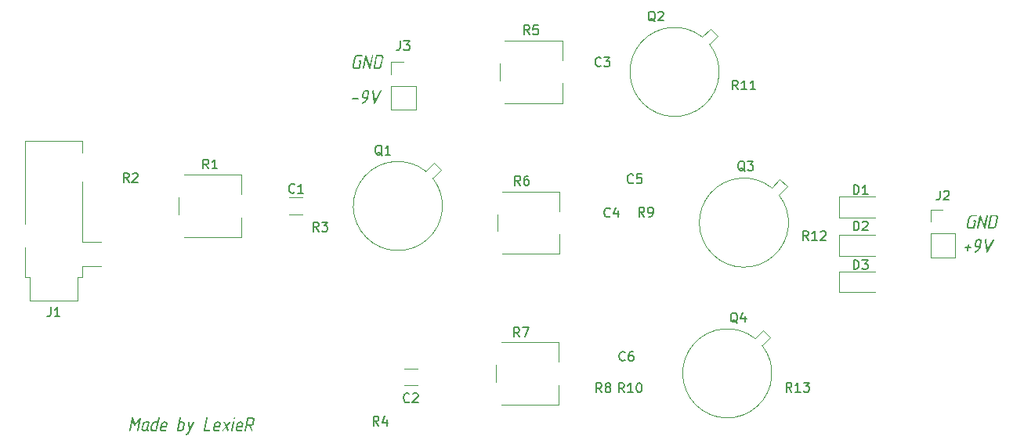
<source format=gbr>
%TF.GenerationSoftware,KiCad,Pcbnew,8.0.5*%
%TF.CreationDate,2024-10-13T18:39:00+03:00*%
%TF.ProjectId,proect,70726f65-6374-42e6-9b69-6361645f7063,rev?*%
%TF.SameCoordinates,Original*%
%TF.FileFunction,Legend,Top*%
%TF.FilePolarity,Positive*%
%FSLAX46Y46*%
G04 Gerber Fmt 4.6, Leading zero omitted, Abs format (unit mm)*
G04 Created by KiCad (PCBNEW 8.0.5) date 2024-10-13 18:39:00*
%MOMM*%
%LPD*%
G01*
G04 APERTURE LIST*
%ADD10C,0.300000*%
%ADD11C,0.150000*%
%ADD12C,0.120000*%
G04 APERTURE END LIST*
D10*
G36*
X108525819Y-25863667D02*
G01*
X108486806Y-25929432D01*
X108428733Y-25945000D01*
X107934874Y-25945000D01*
X107858024Y-25934480D01*
X107787914Y-25899008D01*
X107744731Y-25855973D01*
X107708425Y-25790265D01*
X107694718Y-25715552D01*
X107701866Y-25639818D01*
X107883217Y-24767871D01*
X107906951Y-24693282D01*
X107945642Y-24626134D01*
X107999287Y-24566428D01*
X108011810Y-24555380D01*
X108078049Y-24509205D01*
X108148081Y-24480132D01*
X108221905Y-24468161D01*
X108237124Y-24467819D01*
X108730983Y-24467819D01*
X108785572Y-24493831D01*
X108798394Y-24552083D01*
X108767254Y-24605938D01*
X108701674Y-24631950D01*
X108208182Y-24631950D01*
X108136255Y-24650305D01*
X108105966Y-24670785D01*
X108068597Y-24715847D01*
X108048080Y-24768970D01*
X107865265Y-25648611D01*
X107870142Y-25723280D01*
X107881751Y-25743499D01*
X107916556Y-25771343D01*
X107964549Y-25780868D01*
X108378175Y-25780868D01*
X108495045Y-25218133D01*
X108438991Y-25218133D01*
X108381472Y-25193220D01*
X108371580Y-25133503D01*
X108403820Y-25079647D01*
X108468300Y-25054002D01*
X108608984Y-25054002D01*
X108675016Y-25087776D01*
X108676029Y-25140464D01*
X108525819Y-25863667D01*
G37*
G36*
X109674005Y-25854874D02*
G01*
X109638834Y-25919720D01*
X109612822Y-25937306D01*
X109580216Y-25945000D01*
X109516062Y-25905169D01*
X109510973Y-25892976D01*
X109169888Y-24894633D01*
X108968021Y-25863300D01*
X108932484Y-25924849D01*
X108870935Y-25945000D01*
X108816346Y-25923018D01*
X108803890Y-25858538D01*
X109074633Y-24557212D01*
X109110537Y-24491632D01*
X109169155Y-24467819D01*
X109231706Y-24509332D01*
X109236933Y-24522041D01*
X109575453Y-25536503D01*
X109780251Y-24550251D01*
X109816521Y-24489801D01*
X109877704Y-24467819D01*
X109931559Y-24488702D01*
X109944382Y-24554281D01*
X109674005Y-25854874D01*
G37*
G36*
X110892964Y-24478425D02*
G01*
X110963358Y-24514189D01*
X111005739Y-24557578D01*
X111041254Y-24623321D01*
X111054603Y-24697636D01*
X111047505Y-24772634D01*
X110866154Y-25644947D01*
X110842505Y-25718521D01*
X110803615Y-25785368D01*
X110749483Y-25845489D01*
X110736828Y-25856706D01*
X110670503Y-25903267D01*
X110600672Y-25932583D01*
X110527335Y-25944655D01*
X110512247Y-25945000D01*
X110018387Y-25945000D01*
X109952356Y-25911082D01*
X109951343Y-25858171D01*
X109967423Y-25780868D01*
X110132693Y-25780868D01*
X110541556Y-25780868D01*
X110615525Y-25761185D01*
X110642306Y-25742766D01*
X110688858Y-25682652D01*
X110701657Y-25643482D01*
X110884473Y-24764207D01*
X110879801Y-24689744D01*
X110868353Y-24669685D01*
X110801901Y-24632871D01*
X110785188Y-24631950D01*
X110371563Y-24631950D01*
X110132693Y-25780868D01*
X109967423Y-25780868D01*
X110223551Y-24549518D01*
X110262565Y-24483457D01*
X110320638Y-24467819D01*
X110814497Y-24467819D01*
X110892964Y-24478425D01*
G37*
G36*
X42125819Y-8563667D02*
G01*
X42086806Y-8629432D01*
X42028733Y-8645000D01*
X41534874Y-8645000D01*
X41458024Y-8634480D01*
X41387914Y-8599008D01*
X41344731Y-8555973D01*
X41308425Y-8490265D01*
X41294718Y-8415552D01*
X41301866Y-8339818D01*
X41483217Y-7467871D01*
X41506951Y-7393282D01*
X41545642Y-7326134D01*
X41599287Y-7266428D01*
X41611810Y-7255380D01*
X41678049Y-7209205D01*
X41748081Y-7180132D01*
X41821905Y-7168161D01*
X41837124Y-7167819D01*
X42330983Y-7167819D01*
X42385572Y-7193831D01*
X42398394Y-7252083D01*
X42367254Y-7305938D01*
X42301674Y-7331950D01*
X41808182Y-7331950D01*
X41736255Y-7350305D01*
X41705966Y-7370785D01*
X41668597Y-7415847D01*
X41648080Y-7468970D01*
X41465265Y-8348611D01*
X41470142Y-8423280D01*
X41481751Y-8443499D01*
X41516556Y-8471343D01*
X41564549Y-8480868D01*
X41978175Y-8480868D01*
X42095045Y-7918133D01*
X42038991Y-7918133D01*
X41981472Y-7893220D01*
X41971580Y-7833503D01*
X42003820Y-7779647D01*
X42068300Y-7754002D01*
X42208984Y-7754002D01*
X42275016Y-7787776D01*
X42276029Y-7840464D01*
X42125819Y-8563667D01*
G37*
G36*
X43274005Y-8554874D02*
G01*
X43238834Y-8619720D01*
X43212822Y-8637306D01*
X43180216Y-8645000D01*
X43116062Y-8605169D01*
X43110973Y-8592976D01*
X42769888Y-7594633D01*
X42568021Y-8563300D01*
X42532484Y-8624849D01*
X42470935Y-8645000D01*
X42416346Y-8623018D01*
X42403890Y-8558538D01*
X42674633Y-7257212D01*
X42710537Y-7191632D01*
X42769155Y-7167819D01*
X42831706Y-7209332D01*
X42836933Y-7222041D01*
X43175453Y-8236503D01*
X43380251Y-7250251D01*
X43416521Y-7189801D01*
X43477704Y-7167819D01*
X43531559Y-7188702D01*
X43544382Y-7254281D01*
X43274005Y-8554874D01*
G37*
G36*
X44492964Y-7178425D02*
G01*
X44563358Y-7214189D01*
X44605739Y-7257578D01*
X44641254Y-7323321D01*
X44654603Y-7397636D01*
X44647505Y-7472634D01*
X44466154Y-8344947D01*
X44442505Y-8418521D01*
X44403615Y-8485368D01*
X44349483Y-8545489D01*
X44336828Y-8556706D01*
X44270503Y-8603267D01*
X44200672Y-8632583D01*
X44127335Y-8644655D01*
X44112247Y-8645000D01*
X43618387Y-8645000D01*
X43552356Y-8611082D01*
X43551343Y-8558171D01*
X43567423Y-8480868D01*
X43732693Y-8480868D01*
X44141556Y-8480868D01*
X44215525Y-8461185D01*
X44242306Y-8442766D01*
X44288858Y-8382652D01*
X44301657Y-8343482D01*
X44484473Y-7464207D01*
X44479801Y-7389744D01*
X44468353Y-7369685D01*
X44401901Y-7332871D01*
X44385188Y-7331950D01*
X43971563Y-7331950D01*
X43732693Y-8480868D01*
X43567423Y-8480868D01*
X43823551Y-7249518D01*
X43862565Y-7183457D01*
X43920638Y-7167819D01*
X44414497Y-7167819D01*
X44492964Y-7178425D01*
G37*
G36*
X41880739Y-11999501D02*
G01*
X41316172Y-11999501D01*
X41258286Y-11974588D01*
X41248761Y-11914870D01*
X41281001Y-11861015D01*
X41345481Y-11835369D01*
X41910048Y-11835369D01*
X41964270Y-11861381D01*
X41977093Y-11919633D01*
X41945952Y-11973489D01*
X41880739Y-11999501D01*
G37*
G36*
X42960846Y-10978425D02*
G01*
X43031240Y-11014189D01*
X43073621Y-11057578D01*
X43109136Y-11123365D01*
X43122485Y-11197810D01*
X43115387Y-11273000D01*
X43039916Y-11635334D01*
X43020918Y-11713666D01*
X42996897Y-11790118D01*
X42967852Y-11864689D01*
X42933785Y-11937379D01*
X42894694Y-12008189D01*
X42880547Y-12031374D01*
X42835805Y-12098121D01*
X42786209Y-12160976D01*
X42731758Y-12219937D01*
X42672452Y-12275006D01*
X42609163Y-12325061D01*
X42542759Y-12368979D01*
X42473242Y-12406760D01*
X42400610Y-12438405D01*
X42366538Y-12445000D01*
X42315247Y-12416789D01*
X42302424Y-12354508D01*
X42320743Y-12314940D01*
X42366172Y-12281967D01*
X42435609Y-12251370D01*
X42475348Y-12229577D01*
X42536868Y-12187866D01*
X42578663Y-12153374D01*
X42635256Y-12098762D01*
X42687342Y-12038427D01*
X42734919Y-11972367D01*
X42743893Y-11958468D01*
X42774668Y-11903513D01*
X42797016Y-11858817D01*
X42560711Y-11858817D01*
X42484609Y-11848427D01*
X42414723Y-11813393D01*
X42371301Y-11770889D01*
X42334370Y-11705598D01*
X42320296Y-11631130D01*
X42326723Y-11562062D01*
X42491102Y-11562062D01*
X42495567Y-11637075D01*
X42506856Y-11657316D01*
X42542393Y-11685160D01*
X42590020Y-11694685D01*
X42860031Y-11694685D01*
X42866625Y-11670139D01*
X42876151Y-11630572D01*
X42952355Y-11264207D01*
X42947684Y-11189744D01*
X42936235Y-11169685D01*
X42869784Y-11132871D01*
X42853070Y-11131950D01*
X42712020Y-11131950D01*
X42640094Y-11150305D01*
X42609804Y-11170785D01*
X42572435Y-11215847D01*
X42551919Y-11268970D01*
X42491102Y-11562062D01*
X42326723Y-11562062D01*
X42327337Y-11555467D01*
X42387421Y-11266039D01*
X42411034Y-11192416D01*
X42449817Y-11125876D01*
X42503770Y-11066421D01*
X42516381Y-11055380D01*
X42582742Y-11009205D01*
X42652680Y-10980132D01*
X42726196Y-10968161D01*
X42741329Y-10967819D01*
X42882379Y-10967819D01*
X42960846Y-10978425D01*
G37*
G36*
X44436863Y-11081025D02*
G01*
X43744434Y-12375390D01*
X43706699Y-12425216D01*
X43655774Y-12445000D01*
X43596794Y-12400277D01*
X43589096Y-12371727D01*
X43434856Y-11076629D01*
X43436322Y-11047686D01*
X43471493Y-10993464D01*
X43534508Y-10967819D01*
X43554291Y-10967819D01*
X43575907Y-10975146D01*
X43601186Y-11027170D01*
X43725017Y-12089993D01*
X44292515Y-11023872D01*
X44331716Y-10983572D01*
X44378244Y-10967819D01*
X44433565Y-10990167D01*
X44447121Y-11052449D01*
X44436863Y-11081025D01*
G37*
G36*
X107881071Y-28099501D02*
G01*
X107835275Y-28318586D01*
X107799738Y-28382700D01*
X107738189Y-28404316D01*
X107683234Y-28381235D01*
X107671877Y-28313824D01*
X107716573Y-28099501D01*
X107519103Y-28099501D01*
X107461217Y-28074588D01*
X107451692Y-28014870D01*
X107483932Y-27961015D01*
X107548412Y-27935369D01*
X107750645Y-27935369D01*
X107792411Y-27733869D01*
X107828681Y-27674518D01*
X107889131Y-27654002D01*
X107942986Y-27674518D01*
X107955809Y-27738632D01*
X107915143Y-27935369D01*
X108112613Y-27935369D01*
X108169399Y-27962480D01*
X108180024Y-28019633D01*
X108148517Y-28073489D01*
X108083304Y-28099501D01*
X107881071Y-28099501D01*
G37*
G36*
X109160846Y-27078425D02*
G01*
X109231240Y-27114189D01*
X109273621Y-27157578D01*
X109309136Y-27223365D01*
X109322485Y-27297810D01*
X109315387Y-27373000D01*
X109239916Y-27735334D01*
X109220918Y-27813666D01*
X109196897Y-27890118D01*
X109167852Y-27964689D01*
X109133785Y-28037379D01*
X109094694Y-28108189D01*
X109080547Y-28131374D01*
X109035805Y-28198121D01*
X108986209Y-28260976D01*
X108931758Y-28319937D01*
X108872452Y-28375006D01*
X108809163Y-28425061D01*
X108742759Y-28468979D01*
X108673242Y-28506760D01*
X108600610Y-28538405D01*
X108566538Y-28545000D01*
X108515247Y-28516789D01*
X108502424Y-28454508D01*
X108520743Y-28414940D01*
X108566172Y-28381967D01*
X108635609Y-28351370D01*
X108675348Y-28329577D01*
X108736868Y-28287866D01*
X108778663Y-28253374D01*
X108835256Y-28198762D01*
X108887342Y-28138427D01*
X108934919Y-28072367D01*
X108943893Y-28058468D01*
X108974668Y-28003513D01*
X108997016Y-27958817D01*
X108760711Y-27958817D01*
X108684609Y-27948427D01*
X108614723Y-27913393D01*
X108571301Y-27870889D01*
X108534370Y-27805598D01*
X108520296Y-27731130D01*
X108526723Y-27662062D01*
X108691102Y-27662062D01*
X108695567Y-27737075D01*
X108706856Y-27757316D01*
X108742393Y-27785160D01*
X108790020Y-27794685D01*
X109060031Y-27794685D01*
X109066625Y-27770139D01*
X109076151Y-27730572D01*
X109152355Y-27364207D01*
X109147684Y-27289744D01*
X109136235Y-27269685D01*
X109069784Y-27232871D01*
X109053070Y-27231950D01*
X108912020Y-27231950D01*
X108840094Y-27250305D01*
X108809804Y-27270785D01*
X108772435Y-27315847D01*
X108751919Y-27368970D01*
X108691102Y-27662062D01*
X108526723Y-27662062D01*
X108527337Y-27655467D01*
X108587421Y-27366039D01*
X108611034Y-27292416D01*
X108649817Y-27225876D01*
X108703770Y-27166421D01*
X108716381Y-27155380D01*
X108782742Y-27109205D01*
X108852680Y-27080132D01*
X108926196Y-27068161D01*
X108941329Y-27067819D01*
X109082379Y-27067819D01*
X109160846Y-27078425D01*
G37*
G36*
X110636863Y-27181025D02*
G01*
X109944434Y-28475390D01*
X109906699Y-28525216D01*
X109855774Y-28545000D01*
X109796794Y-28500277D01*
X109789096Y-28471727D01*
X109634856Y-27176629D01*
X109636322Y-27147686D01*
X109671493Y-27093464D01*
X109734508Y-27067819D01*
X109754291Y-27067819D01*
X109775907Y-27075146D01*
X109801186Y-27127170D01*
X109925017Y-28189993D01*
X110492515Y-27123872D01*
X110531716Y-27083572D01*
X110578244Y-27067819D01*
X110633565Y-27090167D01*
X110647121Y-27152449D01*
X110636863Y-27181025D01*
G37*
G36*
X18167969Y-47762934D02*
G01*
X18133531Y-47824849D01*
X18070882Y-47845000D01*
X18018492Y-47823018D01*
X18004204Y-47758171D01*
X18209368Y-46771552D01*
X17844836Y-47231706D01*
X17787538Y-47278265D01*
X17764602Y-47282264D01*
X17706084Y-47235252D01*
X17703053Y-47228775D01*
X17527930Y-46767156D01*
X17320568Y-47762568D01*
X17285031Y-47824849D01*
X17223482Y-47845000D01*
X17168893Y-47823018D01*
X17156437Y-47758538D01*
X17426081Y-46460875D01*
X17459719Y-46395381D01*
X17463084Y-46392365D01*
X17519504Y-46367819D01*
X17558339Y-46380275D01*
X17587281Y-46420575D01*
X17816992Y-47012986D01*
X18293998Y-46418011D01*
X18353773Y-46371789D01*
X18380460Y-46367819D01*
X18430652Y-46396029D01*
X18437613Y-46466004D01*
X18167969Y-47762934D01*
G37*
G36*
X19354394Y-46846949D02*
G01*
X19355355Y-46899413D01*
X19220900Y-47545680D01*
X19226752Y-47619564D01*
X19229692Y-47627379D01*
X19278671Y-47682524D01*
X19280983Y-47683799D01*
X19320253Y-47748234D01*
X19318353Y-47761468D01*
X19283548Y-47820453D01*
X19220900Y-47845000D01*
X19188293Y-47836939D01*
X19125619Y-47797887D01*
X19094504Y-47758538D01*
X19033062Y-47799467D01*
X18994487Y-47817156D01*
X18921444Y-47839670D01*
X18867358Y-47845000D01*
X18725942Y-47845000D01*
X18649840Y-47834653D01*
X18579953Y-47799765D01*
X18536531Y-47757438D01*
X18499557Y-47692443D01*
X18485353Y-47618356D01*
X18491634Y-47549344D01*
X18655966Y-47549344D01*
X18660775Y-47623464D01*
X18672086Y-47643499D01*
X18707623Y-47671709D01*
X18755617Y-47680868D01*
X18896667Y-47680868D01*
X18970637Y-47661374D01*
X18997418Y-47643133D01*
X19043812Y-47583657D01*
X19056402Y-47544947D01*
X19174371Y-46977449D01*
X18906559Y-46977449D01*
X18834649Y-46995631D01*
X18804710Y-47015917D01*
X18767341Y-47060614D01*
X18746824Y-47113736D01*
X18655966Y-47549344D01*
X18491634Y-47549344D01*
X18492201Y-47543115D01*
X18582327Y-47110806D01*
X18605747Y-47037375D01*
X18644408Y-46970957D01*
X18698311Y-46911552D01*
X18710921Y-46900512D01*
X18777281Y-46854531D01*
X18847220Y-46825579D01*
X18920736Y-46813658D01*
X18935868Y-46813318D01*
X19288677Y-46813318D01*
X19354394Y-46846949D01*
G37*
G36*
X20438695Y-46390167D02*
G01*
X20451884Y-46454281D01*
X20179675Y-47763300D01*
X20140777Y-47829362D01*
X20082955Y-47845000D01*
X19730146Y-47845000D01*
X19653836Y-47834653D01*
X19583820Y-47799765D01*
X19540369Y-47757438D01*
X19503395Y-47692443D01*
X19489191Y-47618356D01*
X19495472Y-47549344D01*
X19659804Y-47549344D01*
X19664613Y-47623464D01*
X19675924Y-47643499D01*
X19711461Y-47671709D01*
X19759455Y-47680868D01*
X20032030Y-47680868D01*
X20178210Y-46977449D01*
X19910397Y-46977449D01*
X19838487Y-46995631D01*
X19808548Y-47015917D01*
X19771179Y-47060614D01*
X19750662Y-47113736D01*
X19659804Y-47549344D01*
X19495472Y-47549344D01*
X19496039Y-47543115D01*
X19586165Y-47110806D01*
X19609585Y-47037375D01*
X19648246Y-46970957D01*
X19702149Y-46911552D01*
X19714759Y-46900512D01*
X19781119Y-46854531D01*
X19851058Y-46825579D01*
X19924574Y-46813658D01*
X19939706Y-46813318D01*
X20212281Y-46813318D01*
X20287752Y-46451350D01*
X20324023Y-46389801D01*
X20385205Y-46367819D01*
X20438695Y-46390167D01*
G37*
G36*
X21161566Y-46823924D02*
G01*
X21231513Y-46859687D01*
X21274371Y-46903077D01*
X21310677Y-46969289D01*
X21324384Y-47044505D01*
X21317236Y-47120697D01*
X21271441Y-47340150D01*
X21235750Y-47404755D01*
X21174720Y-47422948D01*
X20690387Y-47422948D01*
X20662909Y-47554473D01*
X20669314Y-47627889D01*
X20679762Y-47644598D01*
X20714567Y-47672076D01*
X20763293Y-47680868D01*
X21116102Y-47680868D01*
X21170324Y-47706880D01*
X21183147Y-47765132D01*
X21152006Y-47818988D01*
X21086793Y-47845000D01*
X20733984Y-47845000D01*
X20657091Y-47834566D01*
X20586835Y-47799387D01*
X20543475Y-47756706D01*
X20506917Y-47691588D01*
X20492958Y-47617639D01*
X20499877Y-47542749D01*
X20559070Y-47258817D01*
X20724092Y-47258817D01*
X21123429Y-47258817D01*
X21153471Y-47115935D01*
X21150410Y-47040838D01*
X21138084Y-47017016D01*
X21075052Y-46978840D01*
X21055286Y-46977449D01*
X20914235Y-46977449D01*
X20842309Y-46996670D01*
X20812020Y-47018115D01*
X20773918Y-47064644D01*
X20753035Y-47120697D01*
X20724092Y-47258817D01*
X20559070Y-47258817D01*
X20590003Y-47110439D01*
X20613158Y-47038605D01*
X20651483Y-46972852D01*
X20704978Y-46913182D01*
X20717498Y-46901978D01*
X20783651Y-46855223D01*
X20853883Y-46825786D01*
X20928193Y-46813664D01*
X20943545Y-46813318D01*
X21084595Y-46813318D01*
X21161566Y-46823924D01*
G37*
G36*
X22742393Y-46390533D02*
G01*
X22755216Y-46456113D01*
X22680844Y-46813318D01*
X22949023Y-46813318D01*
X23025829Y-46823751D01*
X23095793Y-46858930D01*
X23138799Y-46901612D01*
X23175357Y-46966729D01*
X23189316Y-47040678D01*
X23182397Y-47115568D01*
X23092271Y-47547878D01*
X23068851Y-47620765D01*
X23030189Y-47686925D01*
X22976287Y-47746359D01*
X22963677Y-47757438D01*
X22897352Y-47803613D01*
X22827521Y-47832686D01*
X22754184Y-47844657D01*
X22739096Y-47845000D01*
X22386287Y-47845000D01*
X22320256Y-47811082D01*
X22319242Y-47758171D01*
X22335326Y-47680868D01*
X22500593Y-47680868D01*
X22768405Y-47680868D01*
X22842374Y-47661374D01*
X22869155Y-47643133D01*
X22915550Y-47583657D01*
X22928140Y-47544947D01*
X23018998Y-47108974D01*
X23013983Y-47035197D01*
X23002512Y-47015184D01*
X22936061Y-46978370D01*
X22919347Y-46977449D01*
X22646772Y-46977449D01*
X22500593Y-47680868D01*
X22335326Y-47680868D01*
X22591451Y-46449884D01*
X22627355Y-46389068D01*
X22688538Y-46367819D01*
X22742393Y-46390533D01*
G37*
G36*
X23571842Y-47818988D02*
G01*
X23486845Y-46919563D01*
X23487944Y-46893185D01*
X23524947Y-46835300D01*
X23586496Y-46813318D01*
X23648765Y-46853708D01*
X23654274Y-46874501D01*
X23716922Y-47534689D01*
X24061671Y-46870471D01*
X24116438Y-46818899D01*
X24149232Y-46813318D01*
X24206018Y-46836399D01*
X24218475Y-46897581D01*
X24208583Y-46923593D01*
X23595289Y-48109515D01*
X23553602Y-48173609D01*
X23499302Y-48220889D01*
X23430792Y-48255511D01*
X23358618Y-48267051D01*
X23287909Y-48267051D01*
X23231123Y-48241772D01*
X23220498Y-48182421D01*
X23252006Y-48126734D01*
X23317219Y-48102920D01*
X23386828Y-48102920D01*
X23419068Y-48090830D01*
X23447278Y-48060055D01*
X23571842Y-47818988D01*
G37*
G36*
X25818754Y-47845000D02*
G01*
X25254187Y-47845000D01*
X25188155Y-47811082D01*
X25187142Y-47758171D01*
X25459351Y-46449884D01*
X25495254Y-46389068D01*
X25556437Y-46367819D01*
X25610293Y-46390167D01*
X25623482Y-46454647D01*
X25368492Y-47680868D01*
X25848063Y-47680868D01*
X25902285Y-47706880D01*
X25915108Y-47765132D01*
X25883967Y-47818988D01*
X25818754Y-47845000D01*
G37*
G36*
X26897365Y-46823924D02*
G01*
X26967312Y-46859687D01*
X27010170Y-46903077D01*
X27046476Y-46969289D01*
X27060183Y-47044505D01*
X27053035Y-47120697D01*
X27007240Y-47340150D01*
X26971549Y-47404755D01*
X26910519Y-47422948D01*
X26426186Y-47422948D01*
X26398709Y-47554473D01*
X26405113Y-47627889D01*
X26415561Y-47644598D01*
X26450366Y-47672076D01*
X26499092Y-47680868D01*
X26851901Y-47680868D01*
X26906123Y-47706880D01*
X26918946Y-47765132D01*
X26887805Y-47818988D01*
X26822592Y-47845000D01*
X26469783Y-47845000D01*
X26392890Y-47834566D01*
X26322634Y-47799387D01*
X26279274Y-47756706D01*
X26242716Y-47691588D01*
X26228757Y-47617639D01*
X26235676Y-47542749D01*
X26294869Y-47258817D01*
X26459891Y-47258817D01*
X26859228Y-47258817D01*
X26889270Y-47115935D01*
X26886209Y-47040838D01*
X26873883Y-47017016D01*
X26810851Y-46978840D01*
X26791085Y-46977449D01*
X26650034Y-46977449D01*
X26578108Y-46996670D01*
X26547819Y-47018115D01*
X26509717Y-47064644D01*
X26488834Y-47120697D01*
X26459891Y-47258817D01*
X26294869Y-47258817D01*
X26325802Y-47110439D01*
X26348957Y-47038605D01*
X26387283Y-46972852D01*
X26440777Y-46913182D01*
X26453297Y-46901978D01*
X26519450Y-46855223D01*
X26589682Y-46825786D01*
X26663992Y-46813664D01*
X26679344Y-46813318D01*
X26820394Y-46813318D01*
X26897365Y-46823924D01*
G37*
G36*
X27752791Y-47307909D02*
G01*
X27921685Y-47712376D01*
X27927180Y-47737655D01*
X27924616Y-47760736D01*
X27887247Y-47820819D01*
X27872592Y-47831810D01*
X27853175Y-47840237D01*
X27824232Y-47845000D01*
X27762683Y-47804333D01*
X27623098Y-47457386D01*
X27337700Y-47805432D01*
X27273226Y-47844381D01*
X27262595Y-47845000D01*
X27209473Y-47819720D01*
X27193719Y-47758171D01*
X27216800Y-47712742D01*
X27549459Y-47326594D01*
X27378000Y-46941179D01*
X27371406Y-46916632D01*
X27373237Y-46894284D01*
X27408775Y-46837864D01*
X27474354Y-46813318D01*
X27534804Y-46849221D01*
X27683548Y-47155868D01*
X27960886Y-46848122D01*
X28026957Y-46813624D01*
X28034891Y-46813318D01*
X28089480Y-46837131D01*
X28104134Y-46896849D01*
X28081420Y-46940446D01*
X27752791Y-47307909D01*
G37*
G36*
X28363154Y-47762201D02*
G01*
X28327250Y-47824483D01*
X28265701Y-47845000D01*
X28211113Y-47822651D01*
X28199023Y-47757072D01*
X28382937Y-46873035D01*
X28419207Y-46811852D01*
X28480024Y-46789870D01*
X28533879Y-46812585D01*
X28547069Y-46877431D01*
X28363154Y-47762201D01*
G37*
G36*
X28471231Y-46447320D02*
G01*
X28506402Y-46390900D01*
X28567951Y-46367819D01*
X28619609Y-46392365D01*
X28635362Y-46452449D01*
X28600558Y-46507770D01*
X28538642Y-46531950D01*
X28481856Y-46505938D01*
X28471231Y-46447320D01*
G37*
G36*
X29335886Y-46823924D02*
G01*
X29405833Y-46859687D01*
X29448691Y-46903077D01*
X29484997Y-46969289D01*
X29498704Y-47044505D01*
X29491556Y-47120697D01*
X29445760Y-47340150D01*
X29410070Y-47404755D01*
X29349040Y-47422948D01*
X28864706Y-47422948D01*
X28837229Y-47554473D01*
X28843633Y-47627889D01*
X28854082Y-47644598D01*
X28888886Y-47672076D01*
X28937613Y-47680868D01*
X29290422Y-47680868D01*
X29344644Y-47706880D01*
X29357466Y-47765132D01*
X29326325Y-47818988D01*
X29261113Y-47845000D01*
X28908304Y-47845000D01*
X28831411Y-47834566D01*
X28761155Y-47799387D01*
X28717794Y-47756706D01*
X28681237Y-47691588D01*
X28667278Y-47617639D01*
X28674197Y-47542749D01*
X28733390Y-47258817D01*
X28898412Y-47258817D01*
X29297749Y-47258817D01*
X29327791Y-47115935D01*
X29324730Y-47040838D01*
X29312404Y-47017016D01*
X29249372Y-46978840D01*
X29229605Y-46977449D01*
X29088555Y-46977449D01*
X29016629Y-46996670D01*
X28986339Y-47018115D01*
X28948237Y-47064644D01*
X28927355Y-47120697D01*
X28898412Y-47258817D01*
X28733390Y-47258817D01*
X28764323Y-47110439D01*
X28787478Y-47038605D01*
X28825803Y-46972852D01*
X28879298Y-46913182D01*
X28891817Y-46901978D01*
X28957970Y-46855223D01*
X29028202Y-46825786D01*
X29102513Y-46813664D01*
X29117864Y-46813318D01*
X29258914Y-46813318D01*
X29335886Y-46823924D01*
G37*
G36*
X30575003Y-46378338D02*
G01*
X30645543Y-46413810D01*
X30688101Y-46456845D01*
X30723616Y-46522337D01*
X30736965Y-46596400D01*
X30729867Y-46671168D01*
X30669783Y-46960596D01*
X30646170Y-47033712D01*
X30607387Y-47100101D01*
X30553434Y-47159764D01*
X30540823Y-47170889D01*
X30474462Y-47217257D01*
X30404524Y-47246452D01*
X30331008Y-47258473D01*
X30316745Y-47258797D01*
X30499790Y-47717138D01*
X30501988Y-47736189D01*
X30503087Y-47762201D01*
X30465718Y-47821552D01*
X30402704Y-47845000D01*
X30368998Y-47837306D01*
X30342620Y-47804699D01*
X30127930Y-47258817D01*
X29902616Y-47258817D01*
X29797836Y-47762568D01*
X29761933Y-47824483D01*
X29700383Y-47845000D01*
X29645795Y-47823018D01*
X29633339Y-47758538D01*
X29771386Y-47094685D01*
X29936322Y-47094685D01*
X30345184Y-47094685D01*
X30419154Y-47075002D01*
X30445935Y-47056584D01*
X30492810Y-46996469D01*
X30505652Y-46957299D01*
X30566468Y-46664574D01*
X30561797Y-46589767D01*
X30550348Y-46569685D01*
X30483897Y-46532871D01*
X30467184Y-46531950D01*
X30053558Y-46531950D01*
X29936322Y-47094685D01*
X29771386Y-47094685D01*
X29905547Y-46449518D01*
X29944561Y-46383457D01*
X30002634Y-46367819D01*
X30496493Y-46367819D01*
X30575003Y-46378338D01*
G37*
D11*
X88757142Y-43604819D02*
X88423809Y-43128628D01*
X88185714Y-43604819D02*
X88185714Y-42604819D01*
X88185714Y-42604819D02*
X88566666Y-42604819D01*
X88566666Y-42604819D02*
X88661904Y-42652438D01*
X88661904Y-42652438D02*
X88709523Y-42700057D01*
X88709523Y-42700057D02*
X88757142Y-42795295D01*
X88757142Y-42795295D02*
X88757142Y-42938152D01*
X88757142Y-42938152D02*
X88709523Y-43033390D01*
X88709523Y-43033390D02*
X88661904Y-43081009D01*
X88661904Y-43081009D02*
X88566666Y-43128628D01*
X88566666Y-43128628D02*
X88185714Y-43128628D01*
X89709523Y-43604819D02*
X89138095Y-43604819D01*
X89423809Y-43604819D02*
X89423809Y-42604819D01*
X89423809Y-42604819D02*
X89328571Y-42747676D01*
X89328571Y-42747676D02*
X89233333Y-42842914D01*
X89233333Y-42842914D02*
X89138095Y-42890533D01*
X90042857Y-42604819D02*
X90661904Y-42604819D01*
X90661904Y-42604819D02*
X90328571Y-42985771D01*
X90328571Y-42985771D02*
X90471428Y-42985771D01*
X90471428Y-42985771D02*
X90566666Y-43033390D01*
X90566666Y-43033390D02*
X90614285Y-43081009D01*
X90614285Y-43081009D02*
X90661904Y-43176247D01*
X90661904Y-43176247D02*
X90661904Y-43414342D01*
X90661904Y-43414342D02*
X90614285Y-43509580D01*
X90614285Y-43509580D02*
X90566666Y-43557200D01*
X90566666Y-43557200D02*
X90471428Y-43604819D01*
X90471428Y-43604819D02*
X90185714Y-43604819D01*
X90185714Y-43604819D02*
X90090476Y-43557200D01*
X90090476Y-43557200D02*
X90042857Y-43509580D01*
X90557142Y-27204819D02*
X90223809Y-26728628D01*
X89985714Y-27204819D02*
X89985714Y-26204819D01*
X89985714Y-26204819D02*
X90366666Y-26204819D01*
X90366666Y-26204819D02*
X90461904Y-26252438D01*
X90461904Y-26252438D02*
X90509523Y-26300057D01*
X90509523Y-26300057D02*
X90557142Y-26395295D01*
X90557142Y-26395295D02*
X90557142Y-26538152D01*
X90557142Y-26538152D02*
X90509523Y-26633390D01*
X90509523Y-26633390D02*
X90461904Y-26681009D01*
X90461904Y-26681009D02*
X90366666Y-26728628D01*
X90366666Y-26728628D02*
X89985714Y-26728628D01*
X91509523Y-27204819D02*
X90938095Y-27204819D01*
X91223809Y-27204819D02*
X91223809Y-26204819D01*
X91223809Y-26204819D02*
X91128571Y-26347676D01*
X91128571Y-26347676D02*
X91033333Y-26442914D01*
X91033333Y-26442914D02*
X90938095Y-26490533D01*
X91890476Y-26300057D02*
X91938095Y-26252438D01*
X91938095Y-26252438D02*
X92033333Y-26204819D01*
X92033333Y-26204819D02*
X92271428Y-26204819D01*
X92271428Y-26204819D02*
X92366666Y-26252438D01*
X92366666Y-26252438D02*
X92414285Y-26300057D01*
X92414285Y-26300057D02*
X92461904Y-26395295D01*
X92461904Y-26395295D02*
X92461904Y-26490533D01*
X92461904Y-26490533D02*
X92414285Y-26633390D01*
X92414285Y-26633390D02*
X91842857Y-27204819D01*
X91842857Y-27204819D02*
X92461904Y-27204819D01*
X82957142Y-10904819D02*
X82623809Y-10428628D01*
X82385714Y-10904819D02*
X82385714Y-9904819D01*
X82385714Y-9904819D02*
X82766666Y-9904819D01*
X82766666Y-9904819D02*
X82861904Y-9952438D01*
X82861904Y-9952438D02*
X82909523Y-10000057D01*
X82909523Y-10000057D02*
X82957142Y-10095295D01*
X82957142Y-10095295D02*
X82957142Y-10238152D01*
X82957142Y-10238152D02*
X82909523Y-10333390D01*
X82909523Y-10333390D02*
X82861904Y-10381009D01*
X82861904Y-10381009D02*
X82766666Y-10428628D01*
X82766666Y-10428628D02*
X82385714Y-10428628D01*
X83909523Y-10904819D02*
X83338095Y-10904819D01*
X83623809Y-10904819D02*
X83623809Y-9904819D01*
X83623809Y-9904819D02*
X83528571Y-10047676D01*
X83528571Y-10047676D02*
X83433333Y-10142914D01*
X83433333Y-10142914D02*
X83338095Y-10190533D01*
X84861904Y-10904819D02*
X84290476Y-10904819D01*
X84576190Y-10904819D02*
X84576190Y-9904819D01*
X84576190Y-9904819D02*
X84480952Y-10047676D01*
X84480952Y-10047676D02*
X84385714Y-10142914D01*
X84385714Y-10142914D02*
X84290476Y-10190533D01*
X70657142Y-43654819D02*
X70323809Y-43178628D01*
X70085714Y-43654819D02*
X70085714Y-42654819D01*
X70085714Y-42654819D02*
X70466666Y-42654819D01*
X70466666Y-42654819D02*
X70561904Y-42702438D01*
X70561904Y-42702438D02*
X70609523Y-42750057D01*
X70609523Y-42750057D02*
X70657142Y-42845295D01*
X70657142Y-42845295D02*
X70657142Y-42988152D01*
X70657142Y-42988152D02*
X70609523Y-43083390D01*
X70609523Y-43083390D02*
X70561904Y-43131009D01*
X70561904Y-43131009D02*
X70466666Y-43178628D01*
X70466666Y-43178628D02*
X70085714Y-43178628D01*
X71609523Y-43654819D02*
X71038095Y-43654819D01*
X71323809Y-43654819D02*
X71323809Y-42654819D01*
X71323809Y-42654819D02*
X71228571Y-42797676D01*
X71228571Y-42797676D02*
X71133333Y-42892914D01*
X71133333Y-42892914D02*
X71038095Y-42940533D01*
X72228571Y-42654819D02*
X72323809Y-42654819D01*
X72323809Y-42654819D02*
X72419047Y-42702438D01*
X72419047Y-42702438D02*
X72466666Y-42750057D01*
X72466666Y-42750057D02*
X72514285Y-42845295D01*
X72514285Y-42845295D02*
X72561904Y-43035771D01*
X72561904Y-43035771D02*
X72561904Y-43273866D01*
X72561904Y-43273866D02*
X72514285Y-43464342D01*
X72514285Y-43464342D02*
X72466666Y-43559580D01*
X72466666Y-43559580D02*
X72419047Y-43607200D01*
X72419047Y-43607200D02*
X72323809Y-43654819D01*
X72323809Y-43654819D02*
X72228571Y-43654819D01*
X72228571Y-43654819D02*
X72133333Y-43607200D01*
X72133333Y-43607200D02*
X72085714Y-43559580D01*
X72085714Y-43559580D02*
X72038095Y-43464342D01*
X72038095Y-43464342D02*
X71990476Y-43273866D01*
X71990476Y-43273866D02*
X71990476Y-43035771D01*
X71990476Y-43035771D02*
X72038095Y-42845295D01*
X72038095Y-42845295D02*
X72085714Y-42750057D01*
X72085714Y-42750057D02*
X72133333Y-42702438D01*
X72133333Y-42702438D02*
X72228571Y-42654819D01*
X72833333Y-24654819D02*
X72500000Y-24178628D01*
X72261905Y-24654819D02*
X72261905Y-23654819D01*
X72261905Y-23654819D02*
X72642857Y-23654819D01*
X72642857Y-23654819D02*
X72738095Y-23702438D01*
X72738095Y-23702438D02*
X72785714Y-23750057D01*
X72785714Y-23750057D02*
X72833333Y-23845295D01*
X72833333Y-23845295D02*
X72833333Y-23988152D01*
X72833333Y-23988152D02*
X72785714Y-24083390D01*
X72785714Y-24083390D02*
X72738095Y-24131009D01*
X72738095Y-24131009D02*
X72642857Y-24178628D01*
X72642857Y-24178628D02*
X72261905Y-24178628D01*
X73309524Y-24654819D02*
X73500000Y-24654819D01*
X73500000Y-24654819D02*
X73595238Y-24607200D01*
X73595238Y-24607200D02*
X73642857Y-24559580D01*
X73642857Y-24559580D02*
X73738095Y-24416723D01*
X73738095Y-24416723D02*
X73785714Y-24226247D01*
X73785714Y-24226247D02*
X73785714Y-23845295D01*
X73785714Y-23845295D02*
X73738095Y-23750057D01*
X73738095Y-23750057D02*
X73690476Y-23702438D01*
X73690476Y-23702438D02*
X73595238Y-23654819D01*
X73595238Y-23654819D02*
X73404762Y-23654819D01*
X73404762Y-23654819D02*
X73309524Y-23702438D01*
X73309524Y-23702438D02*
X73261905Y-23750057D01*
X73261905Y-23750057D02*
X73214286Y-23845295D01*
X73214286Y-23845295D02*
X73214286Y-24083390D01*
X73214286Y-24083390D02*
X73261905Y-24178628D01*
X73261905Y-24178628D02*
X73309524Y-24226247D01*
X73309524Y-24226247D02*
X73404762Y-24273866D01*
X73404762Y-24273866D02*
X73595238Y-24273866D01*
X73595238Y-24273866D02*
X73690476Y-24226247D01*
X73690476Y-24226247D02*
X73738095Y-24178628D01*
X73738095Y-24178628D02*
X73785714Y-24083390D01*
X68233333Y-43654819D02*
X67900000Y-43178628D01*
X67661905Y-43654819D02*
X67661905Y-42654819D01*
X67661905Y-42654819D02*
X68042857Y-42654819D01*
X68042857Y-42654819D02*
X68138095Y-42702438D01*
X68138095Y-42702438D02*
X68185714Y-42750057D01*
X68185714Y-42750057D02*
X68233333Y-42845295D01*
X68233333Y-42845295D02*
X68233333Y-42988152D01*
X68233333Y-42988152D02*
X68185714Y-43083390D01*
X68185714Y-43083390D02*
X68138095Y-43131009D01*
X68138095Y-43131009D02*
X68042857Y-43178628D01*
X68042857Y-43178628D02*
X67661905Y-43178628D01*
X68804762Y-43083390D02*
X68709524Y-43035771D01*
X68709524Y-43035771D02*
X68661905Y-42988152D01*
X68661905Y-42988152D02*
X68614286Y-42892914D01*
X68614286Y-42892914D02*
X68614286Y-42845295D01*
X68614286Y-42845295D02*
X68661905Y-42750057D01*
X68661905Y-42750057D02*
X68709524Y-42702438D01*
X68709524Y-42702438D02*
X68804762Y-42654819D01*
X68804762Y-42654819D02*
X68995238Y-42654819D01*
X68995238Y-42654819D02*
X69090476Y-42702438D01*
X69090476Y-42702438D02*
X69138095Y-42750057D01*
X69138095Y-42750057D02*
X69185714Y-42845295D01*
X69185714Y-42845295D02*
X69185714Y-42892914D01*
X69185714Y-42892914D02*
X69138095Y-42988152D01*
X69138095Y-42988152D02*
X69090476Y-43035771D01*
X69090476Y-43035771D02*
X68995238Y-43083390D01*
X68995238Y-43083390D02*
X68804762Y-43083390D01*
X68804762Y-43083390D02*
X68709524Y-43131009D01*
X68709524Y-43131009D02*
X68661905Y-43178628D01*
X68661905Y-43178628D02*
X68614286Y-43273866D01*
X68614286Y-43273866D02*
X68614286Y-43464342D01*
X68614286Y-43464342D02*
X68661905Y-43559580D01*
X68661905Y-43559580D02*
X68709524Y-43607200D01*
X68709524Y-43607200D02*
X68804762Y-43654819D01*
X68804762Y-43654819D02*
X68995238Y-43654819D01*
X68995238Y-43654819D02*
X69090476Y-43607200D01*
X69090476Y-43607200D02*
X69138095Y-43559580D01*
X69138095Y-43559580D02*
X69185714Y-43464342D01*
X69185714Y-43464342D02*
X69185714Y-43273866D01*
X69185714Y-43273866D02*
X69138095Y-43178628D01*
X69138095Y-43178628D02*
X69090476Y-43131009D01*
X69090476Y-43131009D02*
X68995238Y-43083390D01*
X59333333Y-37654819D02*
X59000000Y-37178628D01*
X58761905Y-37654819D02*
X58761905Y-36654819D01*
X58761905Y-36654819D02*
X59142857Y-36654819D01*
X59142857Y-36654819D02*
X59238095Y-36702438D01*
X59238095Y-36702438D02*
X59285714Y-36750057D01*
X59285714Y-36750057D02*
X59333333Y-36845295D01*
X59333333Y-36845295D02*
X59333333Y-36988152D01*
X59333333Y-36988152D02*
X59285714Y-37083390D01*
X59285714Y-37083390D02*
X59238095Y-37131009D01*
X59238095Y-37131009D02*
X59142857Y-37178628D01*
X59142857Y-37178628D02*
X58761905Y-37178628D01*
X59666667Y-36654819D02*
X60333333Y-36654819D01*
X60333333Y-36654819D02*
X59904762Y-37654819D01*
X59433333Y-21254819D02*
X59100000Y-20778628D01*
X58861905Y-21254819D02*
X58861905Y-20254819D01*
X58861905Y-20254819D02*
X59242857Y-20254819D01*
X59242857Y-20254819D02*
X59338095Y-20302438D01*
X59338095Y-20302438D02*
X59385714Y-20350057D01*
X59385714Y-20350057D02*
X59433333Y-20445295D01*
X59433333Y-20445295D02*
X59433333Y-20588152D01*
X59433333Y-20588152D02*
X59385714Y-20683390D01*
X59385714Y-20683390D02*
X59338095Y-20731009D01*
X59338095Y-20731009D02*
X59242857Y-20778628D01*
X59242857Y-20778628D02*
X58861905Y-20778628D01*
X60290476Y-20254819D02*
X60100000Y-20254819D01*
X60100000Y-20254819D02*
X60004762Y-20302438D01*
X60004762Y-20302438D02*
X59957143Y-20350057D01*
X59957143Y-20350057D02*
X59861905Y-20492914D01*
X59861905Y-20492914D02*
X59814286Y-20683390D01*
X59814286Y-20683390D02*
X59814286Y-21064342D01*
X59814286Y-21064342D02*
X59861905Y-21159580D01*
X59861905Y-21159580D02*
X59909524Y-21207200D01*
X59909524Y-21207200D02*
X60004762Y-21254819D01*
X60004762Y-21254819D02*
X60195238Y-21254819D01*
X60195238Y-21254819D02*
X60290476Y-21207200D01*
X60290476Y-21207200D02*
X60338095Y-21159580D01*
X60338095Y-21159580D02*
X60385714Y-21064342D01*
X60385714Y-21064342D02*
X60385714Y-20826247D01*
X60385714Y-20826247D02*
X60338095Y-20731009D01*
X60338095Y-20731009D02*
X60290476Y-20683390D01*
X60290476Y-20683390D02*
X60195238Y-20635771D01*
X60195238Y-20635771D02*
X60004762Y-20635771D01*
X60004762Y-20635771D02*
X59909524Y-20683390D01*
X59909524Y-20683390D02*
X59861905Y-20731009D01*
X59861905Y-20731009D02*
X59814286Y-20826247D01*
X60433333Y-4954819D02*
X60100000Y-4478628D01*
X59861905Y-4954819D02*
X59861905Y-3954819D01*
X59861905Y-3954819D02*
X60242857Y-3954819D01*
X60242857Y-3954819D02*
X60338095Y-4002438D01*
X60338095Y-4002438D02*
X60385714Y-4050057D01*
X60385714Y-4050057D02*
X60433333Y-4145295D01*
X60433333Y-4145295D02*
X60433333Y-4288152D01*
X60433333Y-4288152D02*
X60385714Y-4383390D01*
X60385714Y-4383390D02*
X60338095Y-4431009D01*
X60338095Y-4431009D02*
X60242857Y-4478628D01*
X60242857Y-4478628D02*
X59861905Y-4478628D01*
X61338095Y-3954819D02*
X60861905Y-3954819D01*
X60861905Y-3954819D02*
X60814286Y-4431009D01*
X60814286Y-4431009D02*
X60861905Y-4383390D01*
X60861905Y-4383390D02*
X60957143Y-4335771D01*
X60957143Y-4335771D02*
X61195238Y-4335771D01*
X61195238Y-4335771D02*
X61290476Y-4383390D01*
X61290476Y-4383390D02*
X61338095Y-4431009D01*
X61338095Y-4431009D02*
X61385714Y-4526247D01*
X61385714Y-4526247D02*
X61385714Y-4764342D01*
X61385714Y-4764342D02*
X61338095Y-4859580D01*
X61338095Y-4859580D02*
X61290476Y-4907200D01*
X61290476Y-4907200D02*
X61195238Y-4954819D01*
X61195238Y-4954819D02*
X60957143Y-4954819D01*
X60957143Y-4954819D02*
X60861905Y-4907200D01*
X60861905Y-4907200D02*
X60814286Y-4859580D01*
X44133333Y-47254819D02*
X43800000Y-46778628D01*
X43561905Y-47254819D02*
X43561905Y-46254819D01*
X43561905Y-46254819D02*
X43942857Y-46254819D01*
X43942857Y-46254819D02*
X44038095Y-46302438D01*
X44038095Y-46302438D02*
X44085714Y-46350057D01*
X44085714Y-46350057D02*
X44133333Y-46445295D01*
X44133333Y-46445295D02*
X44133333Y-46588152D01*
X44133333Y-46588152D02*
X44085714Y-46683390D01*
X44085714Y-46683390D02*
X44038095Y-46731009D01*
X44038095Y-46731009D02*
X43942857Y-46778628D01*
X43942857Y-46778628D02*
X43561905Y-46778628D01*
X44990476Y-46588152D02*
X44990476Y-47254819D01*
X44752381Y-46207200D02*
X44514286Y-46921485D01*
X44514286Y-46921485D02*
X45133333Y-46921485D01*
X37633333Y-26254819D02*
X37300000Y-25778628D01*
X37061905Y-26254819D02*
X37061905Y-25254819D01*
X37061905Y-25254819D02*
X37442857Y-25254819D01*
X37442857Y-25254819D02*
X37538095Y-25302438D01*
X37538095Y-25302438D02*
X37585714Y-25350057D01*
X37585714Y-25350057D02*
X37633333Y-25445295D01*
X37633333Y-25445295D02*
X37633333Y-25588152D01*
X37633333Y-25588152D02*
X37585714Y-25683390D01*
X37585714Y-25683390D02*
X37538095Y-25731009D01*
X37538095Y-25731009D02*
X37442857Y-25778628D01*
X37442857Y-25778628D02*
X37061905Y-25778628D01*
X37966667Y-25254819D02*
X38585714Y-25254819D01*
X38585714Y-25254819D02*
X38252381Y-25635771D01*
X38252381Y-25635771D02*
X38395238Y-25635771D01*
X38395238Y-25635771D02*
X38490476Y-25683390D01*
X38490476Y-25683390D02*
X38538095Y-25731009D01*
X38538095Y-25731009D02*
X38585714Y-25826247D01*
X38585714Y-25826247D02*
X38585714Y-26064342D01*
X38585714Y-26064342D02*
X38538095Y-26159580D01*
X38538095Y-26159580D02*
X38490476Y-26207200D01*
X38490476Y-26207200D02*
X38395238Y-26254819D01*
X38395238Y-26254819D02*
X38109524Y-26254819D01*
X38109524Y-26254819D02*
X38014286Y-26207200D01*
X38014286Y-26207200D02*
X37966667Y-26159580D01*
X17133333Y-20954819D02*
X16800000Y-20478628D01*
X16561905Y-20954819D02*
X16561905Y-19954819D01*
X16561905Y-19954819D02*
X16942857Y-19954819D01*
X16942857Y-19954819D02*
X17038095Y-20002438D01*
X17038095Y-20002438D02*
X17085714Y-20050057D01*
X17085714Y-20050057D02*
X17133333Y-20145295D01*
X17133333Y-20145295D02*
X17133333Y-20288152D01*
X17133333Y-20288152D02*
X17085714Y-20383390D01*
X17085714Y-20383390D02*
X17038095Y-20431009D01*
X17038095Y-20431009D02*
X16942857Y-20478628D01*
X16942857Y-20478628D02*
X16561905Y-20478628D01*
X17514286Y-20050057D02*
X17561905Y-20002438D01*
X17561905Y-20002438D02*
X17657143Y-19954819D01*
X17657143Y-19954819D02*
X17895238Y-19954819D01*
X17895238Y-19954819D02*
X17990476Y-20002438D01*
X17990476Y-20002438D02*
X18038095Y-20050057D01*
X18038095Y-20050057D02*
X18085714Y-20145295D01*
X18085714Y-20145295D02*
X18085714Y-20240533D01*
X18085714Y-20240533D02*
X18038095Y-20383390D01*
X18038095Y-20383390D02*
X17466667Y-20954819D01*
X17466667Y-20954819D02*
X18085714Y-20954819D01*
X25733333Y-19454819D02*
X25400000Y-18978628D01*
X25161905Y-19454819D02*
X25161905Y-18454819D01*
X25161905Y-18454819D02*
X25542857Y-18454819D01*
X25542857Y-18454819D02*
X25638095Y-18502438D01*
X25638095Y-18502438D02*
X25685714Y-18550057D01*
X25685714Y-18550057D02*
X25733333Y-18645295D01*
X25733333Y-18645295D02*
X25733333Y-18788152D01*
X25733333Y-18788152D02*
X25685714Y-18883390D01*
X25685714Y-18883390D02*
X25638095Y-18931009D01*
X25638095Y-18931009D02*
X25542857Y-18978628D01*
X25542857Y-18978628D02*
X25161905Y-18978628D01*
X26685714Y-19454819D02*
X26114286Y-19454819D01*
X26400000Y-19454819D02*
X26400000Y-18454819D01*
X26400000Y-18454819D02*
X26304762Y-18597676D01*
X26304762Y-18597676D02*
X26209524Y-18692914D01*
X26209524Y-18692914D02*
X26114286Y-18740533D01*
X82904761Y-36150057D02*
X82809523Y-36102438D01*
X82809523Y-36102438D02*
X82714285Y-36007200D01*
X82714285Y-36007200D02*
X82571428Y-35864342D01*
X82571428Y-35864342D02*
X82476190Y-35816723D01*
X82476190Y-35816723D02*
X82380952Y-35816723D01*
X82428571Y-36054819D02*
X82333333Y-36007200D01*
X82333333Y-36007200D02*
X82238095Y-35911961D01*
X82238095Y-35911961D02*
X82190476Y-35721485D01*
X82190476Y-35721485D02*
X82190476Y-35388152D01*
X82190476Y-35388152D02*
X82238095Y-35197676D01*
X82238095Y-35197676D02*
X82333333Y-35102438D01*
X82333333Y-35102438D02*
X82428571Y-35054819D01*
X82428571Y-35054819D02*
X82619047Y-35054819D01*
X82619047Y-35054819D02*
X82714285Y-35102438D01*
X82714285Y-35102438D02*
X82809523Y-35197676D01*
X82809523Y-35197676D02*
X82857142Y-35388152D01*
X82857142Y-35388152D02*
X82857142Y-35721485D01*
X82857142Y-35721485D02*
X82809523Y-35911961D01*
X82809523Y-35911961D02*
X82714285Y-36007200D01*
X82714285Y-36007200D02*
X82619047Y-36054819D01*
X82619047Y-36054819D02*
X82428571Y-36054819D01*
X83714285Y-35388152D02*
X83714285Y-36054819D01*
X83476190Y-35007200D02*
X83238095Y-35721485D01*
X83238095Y-35721485D02*
X83857142Y-35721485D01*
X83704761Y-19750057D02*
X83609523Y-19702438D01*
X83609523Y-19702438D02*
X83514285Y-19607200D01*
X83514285Y-19607200D02*
X83371428Y-19464342D01*
X83371428Y-19464342D02*
X83276190Y-19416723D01*
X83276190Y-19416723D02*
X83180952Y-19416723D01*
X83228571Y-19654819D02*
X83133333Y-19607200D01*
X83133333Y-19607200D02*
X83038095Y-19511961D01*
X83038095Y-19511961D02*
X82990476Y-19321485D01*
X82990476Y-19321485D02*
X82990476Y-18988152D01*
X82990476Y-18988152D02*
X83038095Y-18797676D01*
X83038095Y-18797676D02*
X83133333Y-18702438D01*
X83133333Y-18702438D02*
X83228571Y-18654819D01*
X83228571Y-18654819D02*
X83419047Y-18654819D01*
X83419047Y-18654819D02*
X83514285Y-18702438D01*
X83514285Y-18702438D02*
X83609523Y-18797676D01*
X83609523Y-18797676D02*
X83657142Y-18988152D01*
X83657142Y-18988152D02*
X83657142Y-19321485D01*
X83657142Y-19321485D02*
X83609523Y-19511961D01*
X83609523Y-19511961D02*
X83514285Y-19607200D01*
X83514285Y-19607200D02*
X83419047Y-19654819D01*
X83419047Y-19654819D02*
X83228571Y-19654819D01*
X83990476Y-18654819D02*
X84609523Y-18654819D01*
X84609523Y-18654819D02*
X84276190Y-19035771D01*
X84276190Y-19035771D02*
X84419047Y-19035771D01*
X84419047Y-19035771D02*
X84514285Y-19083390D01*
X84514285Y-19083390D02*
X84561904Y-19131009D01*
X84561904Y-19131009D02*
X84609523Y-19226247D01*
X84609523Y-19226247D02*
X84609523Y-19464342D01*
X84609523Y-19464342D02*
X84561904Y-19559580D01*
X84561904Y-19559580D02*
X84514285Y-19607200D01*
X84514285Y-19607200D02*
X84419047Y-19654819D01*
X84419047Y-19654819D02*
X84133333Y-19654819D01*
X84133333Y-19654819D02*
X84038095Y-19607200D01*
X84038095Y-19607200D02*
X83990476Y-19559580D01*
X74004761Y-3550057D02*
X73909523Y-3502438D01*
X73909523Y-3502438D02*
X73814285Y-3407200D01*
X73814285Y-3407200D02*
X73671428Y-3264342D01*
X73671428Y-3264342D02*
X73576190Y-3216723D01*
X73576190Y-3216723D02*
X73480952Y-3216723D01*
X73528571Y-3454819D02*
X73433333Y-3407200D01*
X73433333Y-3407200D02*
X73338095Y-3311961D01*
X73338095Y-3311961D02*
X73290476Y-3121485D01*
X73290476Y-3121485D02*
X73290476Y-2788152D01*
X73290476Y-2788152D02*
X73338095Y-2597676D01*
X73338095Y-2597676D02*
X73433333Y-2502438D01*
X73433333Y-2502438D02*
X73528571Y-2454819D01*
X73528571Y-2454819D02*
X73719047Y-2454819D01*
X73719047Y-2454819D02*
X73814285Y-2502438D01*
X73814285Y-2502438D02*
X73909523Y-2597676D01*
X73909523Y-2597676D02*
X73957142Y-2788152D01*
X73957142Y-2788152D02*
X73957142Y-3121485D01*
X73957142Y-3121485D02*
X73909523Y-3311961D01*
X73909523Y-3311961D02*
X73814285Y-3407200D01*
X73814285Y-3407200D02*
X73719047Y-3454819D01*
X73719047Y-3454819D02*
X73528571Y-3454819D01*
X74338095Y-2550057D02*
X74385714Y-2502438D01*
X74385714Y-2502438D02*
X74480952Y-2454819D01*
X74480952Y-2454819D02*
X74719047Y-2454819D01*
X74719047Y-2454819D02*
X74814285Y-2502438D01*
X74814285Y-2502438D02*
X74861904Y-2550057D01*
X74861904Y-2550057D02*
X74909523Y-2645295D01*
X74909523Y-2645295D02*
X74909523Y-2740533D01*
X74909523Y-2740533D02*
X74861904Y-2883390D01*
X74861904Y-2883390D02*
X74290476Y-3454819D01*
X74290476Y-3454819D02*
X74909523Y-3454819D01*
X44504761Y-18050057D02*
X44409523Y-18002438D01*
X44409523Y-18002438D02*
X44314285Y-17907200D01*
X44314285Y-17907200D02*
X44171428Y-17764342D01*
X44171428Y-17764342D02*
X44076190Y-17716723D01*
X44076190Y-17716723D02*
X43980952Y-17716723D01*
X44028571Y-17954819D02*
X43933333Y-17907200D01*
X43933333Y-17907200D02*
X43838095Y-17811961D01*
X43838095Y-17811961D02*
X43790476Y-17621485D01*
X43790476Y-17621485D02*
X43790476Y-17288152D01*
X43790476Y-17288152D02*
X43838095Y-17097676D01*
X43838095Y-17097676D02*
X43933333Y-17002438D01*
X43933333Y-17002438D02*
X44028571Y-16954819D01*
X44028571Y-16954819D02*
X44219047Y-16954819D01*
X44219047Y-16954819D02*
X44314285Y-17002438D01*
X44314285Y-17002438D02*
X44409523Y-17097676D01*
X44409523Y-17097676D02*
X44457142Y-17288152D01*
X44457142Y-17288152D02*
X44457142Y-17621485D01*
X44457142Y-17621485D02*
X44409523Y-17811961D01*
X44409523Y-17811961D02*
X44314285Y-17907200D01*
X44314285Y-17907200D02*
X44219047Y-17954819D01*
X44219047Y-17954819D02*
X44028571Y-17954819D01*
X45409523Y-17954819D02*
X44838095Y-17954819D01*
X45123809Y-17954819D02*
X45123809Y-16954819D01*
X45123809Y-16954819D02*
X45028571Y-17097676D01*
X45028571Y-17097676D02*
X44933333Y-17192914D01*
X44933333Y-17192914D02*
X44838095Y-17240533D01*
X46466666Y-5654819D02*
X46466666Y-6369104D01*
X46466666Y-6369104D02*
X46419047Y-6511961D01*
X46419047Y-6511961D02*
X46323809Y-6607200D01*
X46323809Y-6607200D02*
X46180952Y-6654819D01*
X46180952Y-6654819D02*
X46085714Y-6654819D01*
X46847619Y-5654819D02*
X47466666Y-5654819D01*
X47466666Y-5654819D02*
X47133333Y-6035771D01*
X47133333Y-6035771D02*
X47276190Y-6035771D01*
X47276190Y-6035771D02*
X47371428Y-6083390D01*
X47371428Y-6083390D02*
X47419047Y-6131009D01*
X47419047Y-6131009D02*
X47466666Y-6226247D01*
X47466666Y-6226247D02*
X47466666Y-6464342D01*
X47466666Y-6464342D02*
X47419047Y-6559580D01*
X47419047Y-6559580D02*
X47371428Y-6607200D01*
X47371428Y-6607200D02*
X47276190Y-6654819D01*
X47276190Y-6654819D02*
X46990476Y-6654819D01*
X46990476Y-6654819D02*
X46895238Y-6607200D01*
X46895238Y-6607200D02*
X46847619Y-6559580D01*
X104766666Y-21854819D02*
X104766666Y-22569104D01*
X104766666Y-22569104D02*
X104719047Y-22711961D01*
X104719047Y-22711961D02*
X104623809Y-22807200D01*
X104623809Y-22807200D02*
X104480952Y-22854819D01*
X104480952Y-22854819D02*
X104385714Y-22854819D01*
X105195238Y-21950057D02*
X105242857Y-21902438D01*
X105242857Y-21902438D02*
X105338095Y-21854819D01*
X105338095Y-21854819D02*
X105576190Y-21854819D01*
X105576190Y-21854819D02*
X105671428Y-21902438D01*
X105671428Y-21902438D02*
X105719047Y-21950057D01*
X105719047Y-21950057D02*
X105766666Y-22045295D01*
X105766666Y-22045295D02*
X105766666Y-22140533D01*
X105766666Y-22140533D02*
X105719047Y-22283390D01*
X105719047Y-22283390D02*
X105147619Y-22854819D01*
X105147619Y-22854819D02*
X105766666Y-22854819D01*
X8666666Y-34454819D02*
X8666666Y-35169104D01*
X8666666Y-35169104D02*
X8619047Y-35311961D01*
X8619047Y-35311961D02*
X8523809Y-35407200D01*
X8523809Y-35407200D02*
X8380952Y-35454819D01*
X8380952Y-35454819D02*
X8285714Y-35454819D01*
X9666666Y-35454819D02*
X9095238Y-35454819D01*
X9380952Y-35454819D02*
X9380952Y-34454819D01*
X9380952Y-34454819D02*
X9285714Y-34597676D01*
X9285714Y-34597676D02*
X9190476Y-34692914D01*
X9190476Y-34692914D02*
X9095238Y-34740533D01*
X95461905Y-30334819D02*
X95461905Y-29334819D01*
X95461905Y-29334819D02*
X95700000Y-29334819D01*
X95700000Y-29334819D02*
X95842857Y-29382438D01*
X95842857Y-29382438D02*
X95938095Y-29477676D01*
X95938095Y-29477676D02*
X95985714Y-29572914D01*
X95985714Y-29572914D02*
X96033333Y-29763390D01*
X96033333Y-29763390D02*
X96033333Y-29906247D01*
X96033333Y-29906247D02*
X95985714Y-30096723D01*
X95985714Y-30096723D02*
X95938095Y-30191961D01*
X95938095Y-30191961D02*
X95842857Y-30287200D01*
X95842857Y-30287200D02*
X95700000Y-30334819D01*
X95700000Y-30334819D02*
X95461905Y-30334819D01*
X96366667Y-29334819D02*
X96985714Y-29334819D01*
X96985714Y-29334819D02*
X96652381Y-29715771D01*
X96652381Y-29715771D02*
X96795238Y-29715771D01*
X96795238Y-29715771D02*
X96890476Y-29763390D01*
X96890476Y-29763390D02*
X96938095Y-29811009D01*
X96938095Y-29811009D02*
X96985714Y-29906247D01*
X96985714Y-29906247D02*
X96985714Y-30144342D01*
X96985714Y-30144342D02*
X96938095Y-30239580D01*
X96938095Y-30239580D02*
X96890476Y-30287200D01*
X96890476Y-30287200D02*
X96795238Y-30334819D01*
X96795238Y-30334819D02*
X96509524Y-30334819D01*
X96509524Y-30334819D02*
X96414286Y-30287200D01*
X96414286Y-30287200D02*
X96366667Y-30239580D01*
X95461905Y-26154819D02*
X95461905Y-25154819D01*
X95461905Y-25154819D02*
X95700000Y-25154819D01*
X95700000Y-25154819D02*
X95842857Y-25202438D01*
X95842857Y-25202438D02*
X95938095Y-25297676D01*
X95938095Y-25297676D02*
X95985714Y-25392914D01*
X95985714Y-25392914D02*
X96033333Y-25583390D01*
X96033333Y-25583390D02*
X96033333Y-25726247D01*
X96033333Y-25726247D02*
X95985714Y-25916723D01*
X95985714Y-25916723D02*
X95938095Y-26011961D01*
X95938095Y-26011961D02*
X95842857Y-26107200D01*
X95842857Y-26107200D02*
X95700000Y-26154819D01*
X95700000Y-26154819D02*
X95461905Y-26154819D01*
X96414286Y-25250057D02*
X96461905Y-25202438D01*
X96461905Y-25202438D02*
X96557143Y-25154819D01*
X96557143Y-25154819D02*
X96795238Y-25154819D01*
X96795238Y-25154819D02*
X96890476Y-25202438D01*
X96890476Y-25202438D02*
X96938095Y-25250057D01*
X96938095Y-25250057D02*
X96985714Y-25345295D01*
X96985714Y-25345295D02*
X96985714Y-25440533D01*
X96985714Y-25440533D02*
X96938095Y-25583390D01*
X96938095Y-25583390D02*
X96366667Y-26154819D01*
X96366667Y-26154819D02*
X96985714Y-26154819D01*
X95461905Y-22234819D02*
X95461905Y-21234819D01*
X95461905Y-21234819D02*
X95700000Y-21234819D01*
X95700000Y-21234819D02*
X95842857Y-21282438D01*
X95842857Y-21282438D02*
X95938095Y-21377676D01*
X95938095Y-21377676D02*
X95985714Y-21472914D01*
X95985714Y-21472914D02*
X96033333Y-21663390D01*
X96033333Y-21663390D02*
X96033333Y-21806247D01*
X96033333Y-21806247D02*
X95985714Y-21996723D01*
X95985714Y-21996723D02*
X95938095Y-22091961D01*
X95938095Y-22091961D02*
X95842857Y-22187200D01*
X95842857Y-22187200D02*
X95700000Y-22234819D01*
X95700000Y-22234819D02*
X95461905Y-22234819D01*
X96985714Y-22234819D02*
X96414286Y-22234819D01*
X96700000Y-22234819D02*
X96700000Y-21234819D01*
X96700000Y-21234819D02*
X96604762Y-21377676D01*
X96604762Y-21377676D02*
X96509524Y-21472914D01*
X96509524Y-21472914D02*
X96414286Y-21520533D01*
X70733333Y-40159580D02*
X70685714Y-40207200D01*
X70685714Y-40207200D02*
X70542857Y-40254819D01*
X70542857Y-40254819D02*
X70447619Y-40254819D01*
X70447619Y-40254819D02*
X70304762Y-40207200D01*
X70304762Y-40207200D02*
X70209524Y-40111961D01*
X70209524Y-40111961D02*
X70161905Y-40016723D01*
X70161905Y-40016723D02*
X70114286Y-39826247D01*
X70114286Y-39826247D02*
X70114286Y-39683390D01*
X70114286Y-39683390D02*
X70161905Y-39492914D01*
X70161905Y-39492914D02*
X70209524Y-39397676D01*
X70209524Y-39397676D02*
X70304762Y-39302438D01*
X70304762Y-39302438D02*
X70447619Y-39254819D01*
X70447619Y-39254819D02*
X70542857Y-39254819D01*
X70542857Y-39254819D02*
X70685714Y-39302438D01*
X70685714Y-39302438D02*
X70733333Y-39350057D01*
X71590476Y-39254819D02*
X71400000Y-39254819D01*
X71400000Y-39254819D02*
X71304762Y-39302438D01*
X71304762Y-39302438D02*
X71257143Y-39350057D01*
X71257143Y-39350057D02*
X71161905Y-39492914D01*
X71161905Y-39492914D02*
X71114286Y-39683390D01*
X71114286Y-39683390D02*
X71114286Y-40064342D01*
X71114286Y-40064342D02*
X71161905Y-40159580D01*
X71161905Y-40159580D02*
X71209524Y-40207200D01*
X71209524Y-40207200D02*
X71304762Y-40254819D01*
X71304762Y-40254819D02*
X71495238Y-40254819D01*
X71495238Y-40254819D02*
X71590476Y-40207200D01*
X71590476Y-40207200D02*
X71638095Y-40159580D01*
X71638095Y-40159580D02*
X71685714Y-40064342D01*
X71685714Y-40064342D02*
X71685714Y-39826247D01*
X71685714Y-39826247D02*
X71638095Y-39731009D01*
X71638095Y-39731009D02*
X71590476Y-39683390D01*
X71590476Y-39683390D02*
X71495238Y-39635771D01*
X71495238Y-39635771D02*
X71304762Y-39635771D01*
X71304762Y-39635771D02*
X71209524Y-39683390D01*
X71209524Y-39683390D02*
X71161905Y-39731009D01*
X71161905Y-39731009D02*
X71114286Y-39826247D01*
X71633333Y-20959580D02*
X71585714Y-21007200D01*
X71585714Y-21007200D02*
X71442857Y-21054819D01*
X71442857Y-21054819D02*
X71347619Y-21054819D01*
X71347619Y-21054819D02*
X71204762Y-21007200D01*
X71204762Y-21007200D02*
X71109524Y-20911961D01*
X71109524Y-20911961D02*
X71061905Y-20816723D01*
X71061905Y-20816723D02*
X71014286Y-20626247D01*
X71014286Y-20626247D02*
X71014286Y-20483390D01*
X71014286Y-20483390D02*
X71061905Y-20292914D01*
X71061905Y-20292914D02*
X71109524Y-20197676D01*
X71109524Y-20197676D02*
X71204762Y-20102438D01*
X71204762Y-20102438D02*
X71347619Y-20054819D01*
X71347619Y-20054819D02*
X71442857Y-20054819D01*
X71442857Y-20054819D02*
X71585714Y-20102438D01*
X71585714Y-20102438D02*
X71633333Y-20150057D01*
X72538095Y-20054819D02*
X72061905Y-20054819D01*
X72061905Y-20054819D02*
X72014286Y-20531009D01*
X72014286Y-20531009D02*
X72061905Y-20483390D01*
X72061905Y-20483390D02*
X72157143Y-20435771D01*
X72157143Y-20435771D02*
X72395238Y-20435771D01*
X72395238Y-20435771D02*
X72490476Y-20483390D01*
X72490476Y-20483390D02*
X72538095Y-20531009D01*
X72538095Y-20531009D02*
X72585714Y-20626247D01*
X72585714Y-20626247D02*
X72585714Y-20864342D01*
X72585714Y-20864342D02*
X72538095Y-20959580D01*
X72538095Y-20959580D02*
X72490476Y-21007200D01*
X72490476Y-21007200D02*
X72395238Y-21054819D01*
X72395238Y-21054819D02*
X72157143Y-21054819D01*
X72157143Y-21054819D02*
X72061905Y-21007200D01*
X72061905Y-21007200D02*
X72014286Y-20959580D01*
X69133333Y-24609580D02*
X69085714Y-24657200D01*
X69085714Y-24657200D02*
X68942857Y-24704819D01*
X68942857Y-24704819D02*
X68847619Y-24704819D01*
X68847619Y-24704819D02*
X68704762Y-24657200D01*
X68704762Y-24657200D02*
X68609524Y-24561961D01*
X68609524Y-24561961D02*
X68561905Y-24466723D01*
X68561905Y-24466723D02*
X68514286Y-24276247D01*
X68514286Y-24276247D02*
X68514286Y-24133390D01*
X68514286Y-24133390D02*
X68561905Y-23942914D01*
X68561905Y-23942914D02*
X68609524Y-23847676D01*
X68609524Y-23847676D02*
X68704762Y-23752438D01*
X68704762Y-23752438D02*
X68847619Y-23704819D01*
X68847619Y-23704819D02*
X68942857Y-23704819D01*
X68942857Y-23704819D02*
X69085714Y-23752438D01*
X69085714Y-23752438D02*
X69133333Y-23800057D01*
X69990476Y-24038152D02*
X69990476Y-24704819D01*
X69752381Y-23657200D02*
X69514286Y-24371485D01*
X69514286Y-24371485D02*
X70133333Y-24371485D01*
X68133333Y-8309580D02*
X68085714Y-8357200D01*
X68085714Y-8357200D02*
X67942857Y-8404819D01*
X67942857Y-8404819D02*
X67847619Y-8404819D01*
X67847619Y-8404819D02*
X67704762Y-8357200D01*
X67704762Y-8357200D02*
X67609524Y-8261961D01*
X67609524Y-8261961D02*
X67561905Y-8166723D01*
X67561905Y-8166723D02*
X67514286Y-7976247D01*
X67514286Y-7976247D02*
X67514286Y-7833390D01*
X67514286Y-7833390D02*
X67561905Y-7642914D01*
X67561905Y-7642914D02*
X67609524Y-7547676D01*
X67609524Y-7547676D02*
X67704762Y-7452438D01*
X67704762Y-7452438D02*
X67847619Y-7404819D01*
X67847619Y-7404819D02*
X67942857Y-7404819D01*
X67942857Y-7404819D02*
X68085714Y-7452438D01*
X68085714Y-7452438D02*
X68133333Y-7500057D01*
X68466667Y-7404819D02*
X69085714Y-7404819D01*
X69085714Y-7404819D02*
X68752381Y-7785771D01*
X68752381Y-7785771D02*
X68895238Y-7785771D01*
X68895238Y-7785771D02*
X68990476Y-7833390D01*
X68990476Y-7833390D02*
X69038095Y-7881009D01*
X69038095Y-7881009D02*
X69085714Y-7976247D01*
X69085714Y-7976247D02*
X69085714Y-8214342D01*
X69085714Y-8214342D02*
X69038095Y-8309580D01*
X69038095Y-8309580D02*
X68990476Y-8357200D01*
X68990476Y-8357200D02*
X68895238Y-8404819D01*
X68895238Y-8404819D02*
X68609524Y-8404819D01*
X68609524Y-8404819D02*
X68514286Y-8357200D01*
X68514286Y-8357200D02*
X68466667Y-8309580D01*
X47433333Y-44659580D02*
X47385714Y-44707200D01*
X47385714Y-44707200D02*
X47242857Y-44754819D01*
X47242857Y-44754819D02*
X47147619Y-44754819D01*
X47147619Y-44754819D02*
X47004762Y-44707200D01*
X47004762Y-44707200D02*
X46909524Y-44611961D01*
X46909524Y-44611961D02*
X46861905Y-44516723D01*
X46861905Y-44516723D02*
X46814286Y-44326247D01*
X46814286Y-44326247D02*
X46814286Y-44183390D01*
X46814286Y-44183390D02*
X46861905Y-43992914D01*
X46861905Y-43992914D02*
X46909524Y-43897676D01*
X46909524Y-43897676D02*
X47004762Y-43802438D01*
X47004762Y-43802438D02*
X47147619Y-43754819D01*
X47147619Y-43754819D02*
X47242857Y-43754819D01*
X47242857Y-43754819D02*
X47385714Y-43802438D01*
X47385714Y-43802438D02*
X47433333Y-43850057D01*
X47814286Y-43850057D02*
X47861905Y-43802438D01*
X47861905Y-43802438D02*
X47957143Y-43754819D01*
X47957143Y-43754819D02*
X48195238Y-43754819D01*
X48195238Y-43754819D02*
X48290476Y-43802438D01*
X48290476Y-43802438D02*
X48338095Y-43850057D01*
X48338095Y-43850057D02*
X48385714Y-43945295D01*
X48385714Y-43945295D02*
X48385714Y-44040533D01*
X48385714Y-44040533D02*
X48338095Y-44183390D01*
X48338095Y-44183390D02*
X47766667Y-44754819D01*
X47766667Y-44754819D02*
X48385714Y-44754819D01*
X35033333Y-22009580D02*
X34985714Y-22057200D01*
X34985714Y-22057200D02*
X34842857Y-22104819D01*
X34842857Y-22104819D02*
X34747619Y-22104819D01*
X34747619Y-22104819D02*
X34604762Y-22057200D01*
X34604762Y-22057200D02*
X34509524Y-21961961D01*
X34509524Y-21961961D02*
X34461905Y-21866723D01*
X34461905Y-21866723D02*
X34414286Y-21676247D01*
X34414286Y-21676247D02*
X34414286Y-21533390D01*
X34414286Y-21533390D02*
X34461905Y-21342914D01*
X34461905Y-21342914D02*
X34509524Y-21247676D01*
X34509524Y-21247676D02*
X34604762Y-21152438D01*
X34604762Y-21152438D02*
X34747619Y-21104819D01*
X34747619Y-21104819D02*
X34842857Y-21104819D01*
X34842857Y-21104819D02*
X34985714Y-21152438D01*
X34985714Y-21152438D02*
X35033333Y-21200057D01*
X35985714Y-22104819D02*
X35414286Y-22104819D01*
X35700000Y-22104819D02*
X35700000Y-21104819D01*
X35700000Y-21104819D02*
X35604762Y-21247676D01*
X35604762Y-21247676D02*
X35509524Y-21342914D01*
X35509524Y-21342914D02*
X35414286Y-21390533D01*
D12*
%TO.C,R7*%
X56830000Y-40691000D02*
X56830000Y-42510000D01*
X57366000Y-38229000D02*
X63570000Y-38229000D01*
X57366000Y-44970000D02*
X63570000Y-44970000D01*
X63570000Y-38229000D02*
X63570000Y-40360000D01*
X63570000Y-42840000D02*
X63570000Y-44970000D01*
%TO.C,R6*%
X56930000Y-24391000D02*
X56930000Y-26210000D01*
X57466000Y-21929000D02*
X63670000Y-21929000D01*
X57466000Y-28670000D02*
X63670000Y-28670000D01*
X63670000Y-21929000D02*
X63670000Y-24060000D01*
X63670000Y-26540000D02*
X63670000Y-28670000D01*
%TO.C,R5*%
X57230000Y-8091000D02*
X57230000Y-9910000D01*
X57766000Y-5629000D02*
X63970000Y-5629000D01*
X57766000Y-12370000D02*
X63970000Y-12370000D01*
X63970000Y-5629000D02*
X63970000Y-7760000D01*
X63970000Y-10240000D02*
X63970000Y-12370000D01*
%TO.C,R1*%
X22530000Y-22591000D02*
X22530000Y-24410000D01*
X23066000Y-20129000D02*
X29270000Y-20129000D01*
X23066000Y-26870000D02*
X29270000Y-26870000D01*
X29270000Y-20129000D02*
X29270000Y-22260000D01*
X29270000Y-24740000D02*
X29270000Y-26870000D01*
%TO.C,Q4*%
X85688039Y-36934144D02*
X84797084Y-37825098D01*
X86465856Y-37711961D02*
X85688039Y-36934144D01*
X85574902Y-38602916D02*
X86465856Y-37711961D01*
X85574902Y-38602916D02*
G75*
G02*
X84797371Y-37825326I-3774902J-2997084D01*
G01*
%TO.C,Q3*%
X87488039Y-20634144D02*
X86597084Y-21525098D01*
X88265856Y-21411961D02*
X87488039Y-20634144D01*
X87374902Y-22302916D02*
X88265856Y-21411961D01*
X87374902Y-22302916D02*
G75*
G02*
X86597371Y-21525326I-3774902J-2997084D01*
G01*
%TO.C,Q2*%
X79988039Y-4334144D02*
X79097084Y-5225098D01*
X80765856Y-5111961D02*
X79988039Y-4334144D01*
X79874902Y-6002916D02*
X80765856Y-5111961D01*
X79874902Y-6002916D02*
G75*
G02*
X79097371Y-5225326I-3774902J-2997084D01*
G01*
%TO.C,Q1*%
X50088039Y-18834144D02*
X49197084Y-19725098D01*
X50865856Y-19611961D02*
X50088039Y-18834144D01*
X49974902Y-20502916D02*
X50865856Y-19611961D01*
X49974902Y-20502916D02*
G75*
G02*
X49197371Y-19725326I-3774902J-2997084D01*
G01*
%TO.C,J3*%
X45470000Y-7895000D02*
X46800000Y-7895000D01*
X45470000Y-9225000D02*
X45470000Y-7895000D01*
X45470000Y-10495000D02*
X45470000Y-13095000D01*
X45470000Y-10495000D02*
X48130000Y-10495000D01*
X45470000Y-13095000D02*
X48130000Y-13095000D01*
X48130000Y-10495000D02*
X48130000Y-13095000D01*
%TO.C,J2*%
X103770000Y-23895000D02*
X105100000Y-23895000D01*
X103770000Y-25225000D02*
X103770000Y-23895000D01*
X103770000Y-26495000D02*
X103770000Y-29095000D01*
X103770000Y-26495000D02*
X106430000Y-26495000D01*
X103770000Y-29095000D02*
X106430000Y-29095000D01*
X106430000Y-26495000D02*
X106430000Y-29095000D01*
%TO.C,J1*%
X12100000Y-31200000D02*
X11600000Y-31200000D01*
X12100000Y-30000000D02*
X14100000Y-30000000D01*
X12100000Y-30000000D02*
X12100000Y-31200000D01*
X12100000Y-27400000D02*
X14100000Y-27400000D01*
X12100000Y-20900000D02*
X12100000Y-27400000D01*
X12100000Y-16500000D02*
X12100000Y-17700000D01*
X11600000Y-33700000D02*
X6400000Y-33700000D01*
X11600000Y-31200000D02*
X11600000Y-33700000D01*
X6400000Y-33700000D02*
X6400000Y-31200000D01*
X6400000Y-31200000D02*
X5900000Y-31200000D01*
X5900000Y-31200000D02*
X5900000Y-28000000D01*
X5900000Y-25400000D02*
X5900000Y-16500000D01*
X5900000Y-16500000D02*
X12100000Y-16500000D01*
%TO.C,D3*%
X93915000Y-30565000D02*
X93915000Y-32835000D01*
X93915000Y-32835000D02*
X97800000Y-32835000D01*
X97800000Y-30565000D02*
X93915000Y-30565000D01*
%TO.C,D2*%
X93915000Y-26665000D02*
X93915000Y-28935000D01*
X93915000Y-28935000D02*
X97800000Y-28935000D01*
X97800000Y-26665000D02*
X93915000Y-26665000D01*
%TO.C,D1*%
X93915000Y-22465000D02*
X93915000Y-24735000D01*
X93915000Y-24735000D02*
X97800000Y-24735000D01*
X97800000Y-22465000D02*
X93915000Y-22465000D01*
%TO.C,C2*%
X46888748Y-41090000D02*
X48311252Y-41090000D01*
X46888748Y-42910000D02*
X48311252Y-42910000D01*
%TO.C,C1*%
X34488748Y-22590000D02*
X35911252Y-22590000D01*
X34488748Y-24410000D02*
X35911252Y-24410000D01*
%TD*%
M02*

</source>
